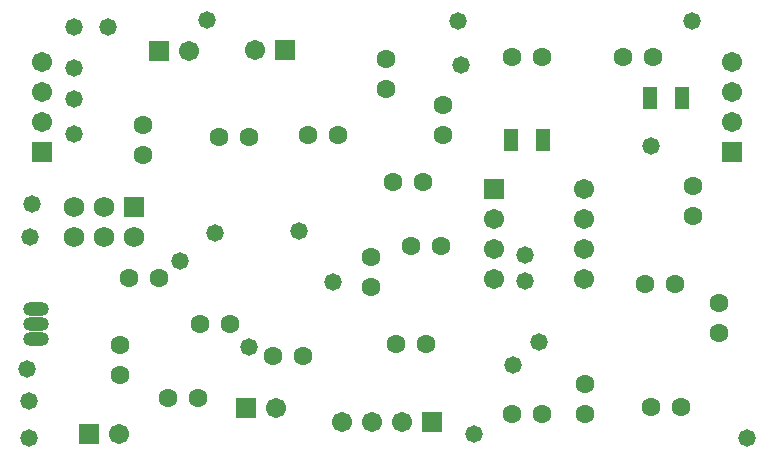
<source format=gbs>
G04*
G04 #@! TF.GenerationSoftware,Altium Limited,Altium Designer,22.2.1 (43)*
G04*
G04 Layer_Color=16711935*
%FSLAX25Y25*%
%MOIN*%
G70*
G04*
G04 #@! TF.SameCoordinates,22AEFC0F-6C44-4056-8772-BC97FD4EFD78*
G04*
G04*
G04 #@! TF.FilePolarity,Negative*
G04*
G01*
G75*
%ADD18R,0.05131X0.07493*%
%ADD21C,0.06737*%
%ADD22R,0.06737X0.06737*%
%ADD23C,0.06312*%
%ADD24R,0.06706X0.06706*%
%ADD25C,0.06706*%
%ADD26R,0.06706X0.06706*%
%ADD27R,0.06800X0.06800*%
%ADD28C,0.06800*%
%ADD29O,0.08674X0.04737*%
%ADD30O,0.08674X0.04737*%
%ADD31C,0.05800*%
D18*
X223132Y117998D02*
D03*
X212502D02*
D03*
X176815Y104000D02*
D03*
X166185D02*
D03*
D21*
X190500Y87500D02*
D03*
Y77500D02*
D03*
Y67500D02*
D03*
Y57500D02*
D03*
X160500D02*
D03*
Y67500D02*
D03*
Y77500D02*
D03*
D22*
Y87500D02*
D03*
D23*
X137000Y90000D02*
D03*
X127000D02*
D03*
X36000Y35500D02*
D03*
Y25500D02*
D03*
X49000Y58000D02*
D03*
X39000D02*
D03*
X227000Y88500D02*
D03*
Y78500D02*
D03*
X176500Y12500D02*
D03*
X166500D02*
D03*
X119500Y55000D02*
D03*
Y65000D02*
D03*
X87000Y32000D02*
D03*
X97000D02*
D03*
X133000Y68500D02*
D03*
X143000D02*
D03*
X124500Y121000D02*
D03*
Y131000D02*
D03*
X143500Y115500D02*
D03*
Y105500D02*
D03*
X108500D02*
D03*
X98500D02*
D03*
X166500Y131500D02*
D03*
X176500D02*
D03*
X223000Y15000D02*
D03*
X213000D02*
D03*
X72500Y42500D02*
D03*
X62500D02*
D03*
X235500Y49500D02*
D03*
Y39500D02*
D03*
X213500Y131500D02*
D03*
X203500D02*
D03*
X221000Y56000D02*
D03*
X211000D02*
D03*
X191000Y22500D02*
D03*
Y12500D02*
D03*
X138000Y36000D02*
D03*
X128000D02*
D03*
X43500Y99000D02*
D03*
Y109000D02*
D03*
X62000Y18000D02*
D03*
X52000D02*
D03*
X79000Y105000D02*
D03*
X69000D02*
D03*
D24*
X78000Y14500D02*
D03*
X140000Y10000D02*
D03*
X91000Y134000D02*
D03*
X25500Y6000D02*
D03*
X49000Y133500D02*
D03*
D25*
X88000Y14500D02*
D03*
X240000Y130000D02*
D03*
Y120000D02*
D03*
Y110000D02*
D03*
X10000Y130000D02*
D03*
Y120000D02*
D03*
Y110000D02*
D03*
X110000Y10000D02*
D03*
X120000D02*
D03*
X130000D02*
D03*
X81000Y134000D02*
D03*
X35500Y6000D02*
D03*
X59000Y133500D02*
D03*
D26*
X240000Y100000D02*
D03*
X10000D02*
D03*
D27*
X40500Y81500D02*
D03*
D28*
Y71500D02*
D03*
X30500Y81500D02*
D03*
Y71500D02*
D03*
X20500Y81500D02*
D03*
Y71500D02*
D03*
D29*
X8000Y47500D02*
D03*
D30*
Y42500D02*
D03*
Y37500D02*
D03*
D31*
X213000Y102000D02*
D03*
X65000Y144000D02*
D03*
X245000Y4500D02*
D03*
X226500Y143500D02*
D03*
X148500D02*
D03*
X20500Y106000D02*
D03*
Y117500D02*
D03*
Y128000D02*
D03*
X32000Y141500D02*
D03*
X20500D02*
D03*
X6000Y71500D02*
D03*
X6500Y82500D02*
D03*
X5500Y17000D02*
D03*
X5000Y27500D02*
D03*
X5500Y4500D02*
D03*
X154000Y6000D02*
D03*
X167000Y29000D02*
D03*
X175500Y36500D02*
D03*
X171000Y57000D02*
D03*
Y65500D02*
D03*
X67500Y73000D02*
D03*
X95500Y73500D02*
D03*
X149500Y129000D02*
D03*
X107000Y56500D02*
D03*
X79000Y35000D02*
D03*
X56000Y63500D02*
D03*
M02*

</source>
